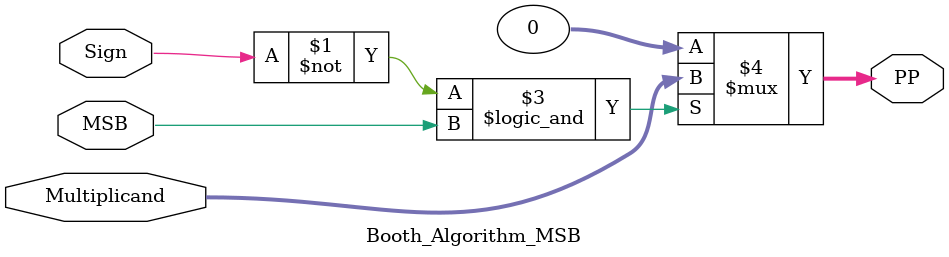
<source format=sv>
module Booth_Algorithm_MSB (
	input logic [31:0] Multiplicand,
	input logic MSB,
	input logic Sign,
	output logic [31:0] PP
);

	assign PP = ((Sign == 0) && MSB == 1) ? Multiplicand : 32'b0;

endmodule
</source>
